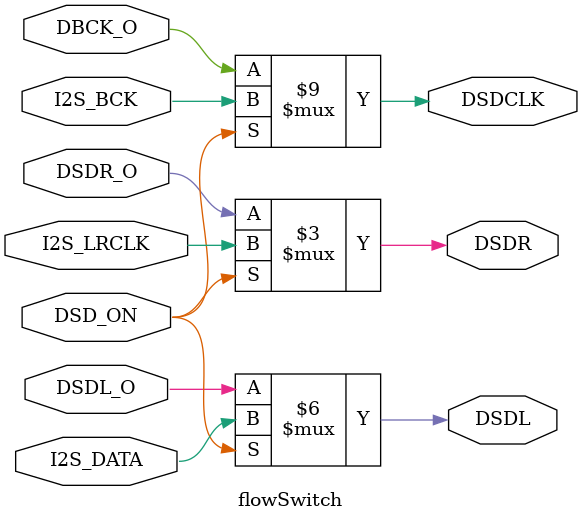
<source format=v>
module flowSwitch(
    DSDCLK,
    DSDL,
    DSDR,
	 DBCK_O,
	 DSDL_O,
	 DSDR_O,
	 I2S_BCK,
	 I2S_LRCLK,
	 I2S_DATA,
	 DSD_ON
);

input wire I2S_BCK;
input wire I2S_LRCLK;
input wire I2S_DATA;

input wire DSD_ON;

output reg DSDCLK;
output reg DSDL;
output reg DSDR;

input wire DBCK_O;
input wire DSDL_O;
input wire DSDR_O;

always @(*) begin
    if (DSD_ON) begin
		  DSDCLK <= I2S_BCK;
		  DSDL <= I2S_DATA;
		  DSDR <= I2S_LRCLK;
	 end
    else begin
		  DSDCLK <= DBCK_O;
		  DSDL <= DSDL_O;
		  DSDR <= DSDR_O;
	  end
end


endmodule
</source>
